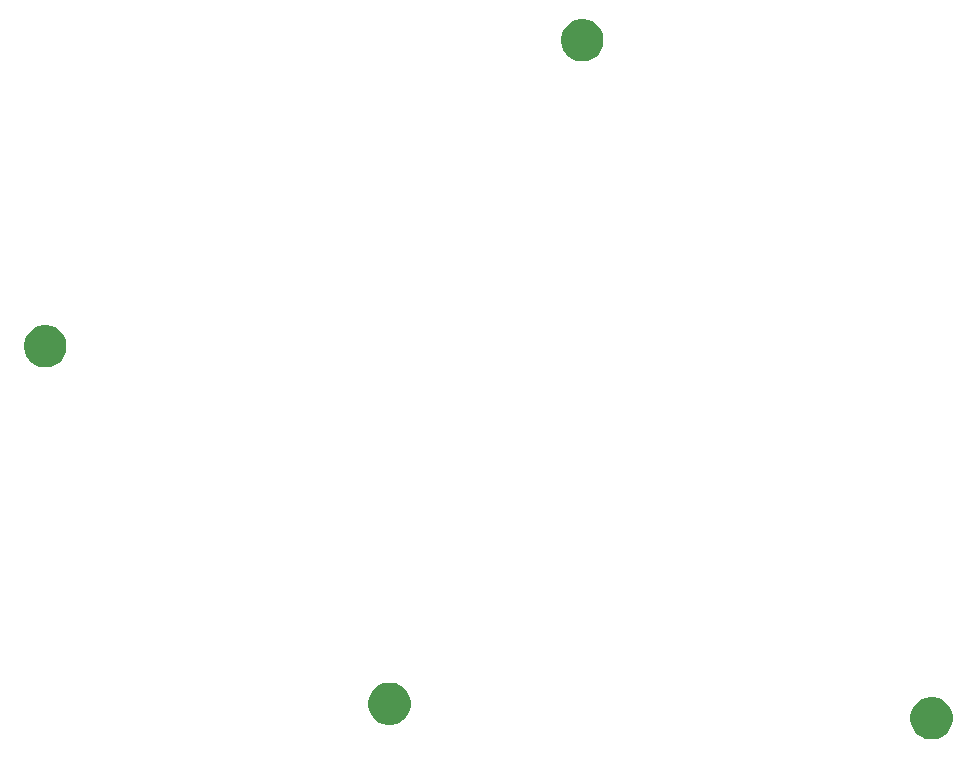
<source format=gts>
G04 #@! TF.GenerationSoftware,KiCad,Pcbnew,(5.1.5-0-10_14)*
G04 #@! TF.CreationDate,2019-12-09T00:37:27+09:00*
G04 #@! TF.ProjectId,craftwalk-pcb_top,63726166-7477-4616-9c6b-2d7063625f74,rev?*
G04 #@! TF.SameCoordinates,Original*
G04 #@! TF.FileFunction,Soldermask,Top*
G04 #@! TF.FilePolarity,Negative*
%FSLAX46Y46*%
G04 Gerber Fmt 4.6, Leading zero omitted, Abs format (unit mm)*
G04 Created by KiCad (PCBNEW (5.1.5-0-10_14)) date 2019-12-09 00:37:27*
%MOMM*%
%LPD*%
G04 APERTURE LIST*
%ADD10C,0.100000*%
G04 APERTURE END LIST*
D10*
G36*
X151807731Y-106670331D02*
G01*
X152135492Y-106806094D01*
X152430470Y-107003192D01*
X152681328Y-107254050D01*
X152878426Y-107549028D01*
X153014189Y-107876789D01*
X153083400Y-108224736D01*
X153083400Y-108579504D01*
X153014189Y-108927451D01*
X152878426Y-109255212D01*
X152681328Y-109550190D01*
X152430470Y-109801048D01*
X152135492Y-109998146D01*
X151807731Y-110133909D01*
X151459784Y-110203120D01*
X151105016Y-110203120D01*
X150757069Y-110133909D01*
X150429308Y-109998146D01*
X150134330Y-109801048D01*
X149883472Y-109550190D01*
X149686374Y-109255212D01*
X149550611Y-108927451D01*
X149481400Y-108579504D01*
X149481400Y-108224736D01*
X149550611Y-107876789D01*
X149686374Y-107549028D01*
X149883472Y-107254050D01*
X150134330Y-107003192D01*
X150429308Y-106806094D01*
X150757069Y-106670331D01*
X151105016Y-106601120D01*
X151459784Y-106601120D01*
X151807731Y-106670331D01*
G37*
G36*
X105897231Y-105463831D02*
G01*
X106224992Y-105599594D01*
X106519970Y-105796692D01*
X106770828Y-106047550D01*
X106967926Y-106342528D01*
X107103689Y-106670289D01*
X107172900Y-107018236D01*
X107172900Y-107373004D01*
X107103689Y-107720951D01*
X106967926Y-108048712D01*
X106770828Y-108343690D01*
X106519970Y-108594548D01*
X106224992Y-108791646D01*
X105897231Y-108927409D01*
X105549284Y-108996620D01*
X105194516Y-108996620D01*
X104846569Y-108927409D01*
X104518808Y-108791646D01*
X104223830Y-108594548D01*
X103972972Y-108343690D01*
X103775874Y-108048712D01*
X103640111Y-107720951D01*
X103570900Y-107373004D01*
X103570900Y-107018236D01*
X103640111Y-106670289D01*
X103775874Y-106342528D01*
X103972972Y-106047550D01*
X104223830Y-105796692D01*
X104518808Y-105599594D01*
X104846569Y-105463831D01*
X105194516Y-105394620D01*
X105549284Y-105394620D01*
X105897231Y-105463831D01*
G37*
G36*
X76750731Y-75174331D02*
G01*
X77078492Y-75310094D01*
X77373470Y-75507192D01*
X77624328Y-75758050D01*
X77821426Y-76053028D01*
X77957189Y-76380789D01*
X78026400Y-76728736D01*
X78026400Y-77083504D01*
X77957189Y-77431451D01*
X77821426Y-77759212D01*
X77624328Y-78054190D01*
X77373470Y-78305048D01*
X77078492Y-78502146D01*
X76750731Y-78637909D01*
X76402784Y-78707120D01*
X76048016Y-78707120D01*
X75700069Y-78637909D01*
X75372308Y-78502146D01*
X75077330Y-78305048D01*
X74826472Y-78054190D01*
X74629374Y-77759212D01*
X74493611Y-77431451D01*
X74424400Y-77083504D01*
X74424400Y-76728736D01*
X74493611Y-76380789D01*
X74629374Y-76053028D01*
X74826472Y-75758050D01*
X75077330Y-75507192D01*
X75372308Y-75310094D01*
X75700069Y-75174331D01*
X76048016Y-75105120D01*
X76402784Y-75105120D01*
X76750731Y-75174331D01*
G37*
G36*
X122216731Y-49266331D02*
G01*
X122544492Y-49402094D01*
X122839470Y-49599192D01*
X123090328Y-49850050D01*
X123287426Y-50145028D01*
X123423189Y-50472789D01*
X123492400Y-50820736D01*
X123492400Y-51175504D01*
X123423189Y-51523451D01*
X123287426Y-51851212D01*
X123090328Y-52146190D01*
X122839470Y-52397048D01*
X122544492Y-52594146D01*
X122216731Y-52729909D01*
X121868784Y-52799120D01*
X121514016Y-52799120D01*
X121166069Y-52729909D01*
X120838308Y-52594146D01*
X120543330Y-52397048D01*
X120292472Y-52146190D01*
X120095374Y-51851212D01*
X119959611Y-51523451D01*
X119890400Y-51175504D01*
X119890400Y-50820736D01*
X119959611Y-50472789D01*
X120095374Y-50145028D01*
X120292472Y-49850050D01*
X120543330Y-49599192D01*
X120838308Y-49402094D01*
X121166069Y-49266331D01*
X121514016Y-49197120D01*
X121868784Y-49197120D01*
X122216731Y-49266331D01*
G37*
M02*

</source>
